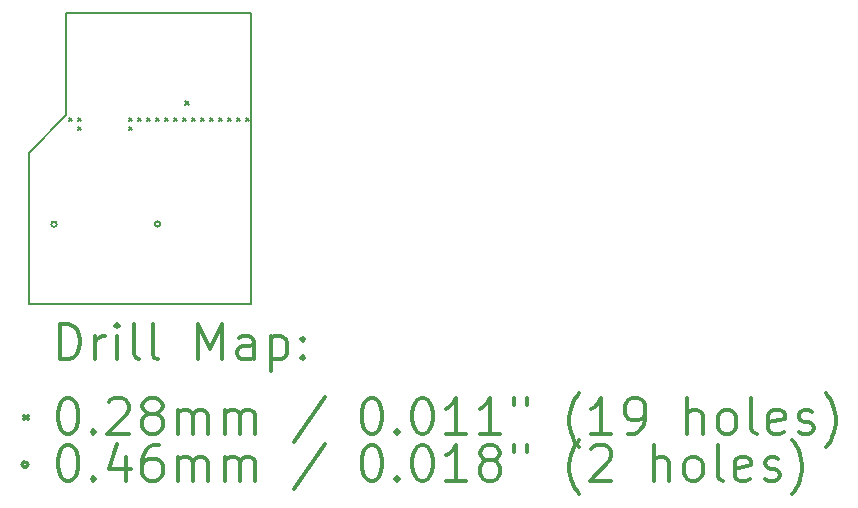
<source format=gbr>
%FSLAX45Y45*%
G04 Gerber Fmt 4.5, Leading zero omitted, Abs format (unit mm)*
G04 Created by KiCad (PCBNEW 4.0.5) date 02/23/17 13:53:08*
%MOMM*%
%LPD*%
G01*
G04 APERTURE LIST*
%ADD10C,0.127000*%
%ADD11C,0.150000*%
%ADD12C,0.200000*%
%ADD13C,0.300000*%
G04 APERTURE END LIST*
D10*
D11*
X1270Y0D02*
X1880870Y0D01*
X1270Y1276350D02*
X1270Y0D01*
X321310Y1596390D02*
X1270Y1276350D01*
X321310Y2461260D02*
X321310Y1597660D01*
X1880870Y2461260D02*
X321310Y2461260D01*
X1880870Y0D02*
X1880870Y2461260D01*
D12*
X344170Y1573530D02*
X372110Y1545590D01*
X372110Y1573530D02*
X344170Y1545590D01*
X420370Y1573530D02*
X448310Y1545590D01*
X448310Y1573530D02*
X420370Y1545590D01*
X420370Y1497330D02*
X448310Y1469390D01*
X448310Y1497330D02*
X420370Y1469390D01*
X849630Y1573530D02*
X877570Y1545590D01*
X877570Y1573530D02*
X849630Y1545590D01*
X849630Y1497330D02*
X877570Y1469390D01*
X877570Y1497330D02*
X849630Y1469390D01*
X925830Y1573530D02*
X953770Y1545590D01*
X953770Y1573530D02*
X925830Y1545590D01*
X1002030Y1573530D02*
X1029970Y1545590D01*
X1029970Y1573530D02*
X1002030Y1545590D01*
X1078230Y1573530D02*
X1106170Y1545590D01*
X1106170Y1573530D02*
X1078230Y1545590D01*
X1154430Y1573530D02*
X1182370Y1545590D01*
X1182370Y1573530D02*
X1154430Y1545590D01*
X1230630Y1573530D02*
X1258570Y1545590D01*
X1258570Y1573530D02*
X1230630Y1545590D01*
X1306830Y1573530D02*
X1334770Y1545590D01*
X1334770Y1573530D02*
X1306830Y1545590D01*
X1328420Y1713230D02*
X1356360Y1685290D01*
X1356360Y1713230D02*
X1328420Y1685290D01*
X1383030Y1573530D02*
X1410970Y1545590D01*
X1410970Y1573530D02*
X1383030Y1545590D01*
X1459230Y1573530D02*
X1487170Y1545590D01*
X1487170Y1573530D02*
X1459230Y1545590D01*
X1535430Y1573530D02*
X1563370Y1545590D01*
X1563370Y1573530D02*
X1535430Y1545590D01*
X1611630Y1573530D02*
X1639570Y1545590D01*
X1639570Y1573530D02*
X1611630Y1545590D01*
X1687830Y1573530D02*
X1715770Y1545590D01*
X1715770Y1573530D02*
X1687830Y1545590D01*
X1764030Y1573530D02*
X1791970Y1545590D01*
X1791970Y1573530D02*
X1764030Y1545590D01*
X1840230Y1573530D02*
X1868170Y1545590D01*
X1868170Y1573530D02*
X1840230Y1545590D01*
X240320Y672380D02*
G75*
G03X240320Y672380I-23000J0D01*
G01*
X1116320Y672380D02*
G75*
G03X1116320Y672380I-23000J0D01*
G01*
D13*
X265199Y-473214D02*
X265199Y-173214D01*
X336627Y-173214D01*
X379484Y-187500D01*
X408056Y-216071D01*
X422341Y-244643D01*
X436627Y-301786D01*
X436627Y-344643D01*
X422341Y-401786D01*
X408056Y-430357D01*
X379484Y-458929D01*
X336627Y-473214D01*
X265199Y-473214D01*
X565199Y-473214D02*
X565199Y-273214D01*
X565199Y-330357D02*
X579484Y-301786D01*
X593770Y-287500D01*
X622341Y-273214D01*
X650913Y-273214D01*
X750913Y-473214D02*
X750913Y-273214D01*
X750913Y-173214D02*
X736627Y-187500D01*
X750913Y-201786D01*
X765198Y-187500D01*
X750913Y-173214D01*
X750913Y-201786D01*
X936627Y-473214D02*
X908056Y-458929D01*
X893770Y-430357D01*
X893770Y-173214D01*
X1093770Y-473214D02*
X1065199Y-458929D01*
X1050913Y-430357D01*
X1050913Y-173214D01*
X1436627Y-473214D02*
X1436627Y-173214D01*
X1536627Y-387500D01*
X1636627Y-173214D01*
X1636627Y-473214D01*
X1908056Y-473214D02*
X1908056Y-316072D01*
X1893770Y-287500D01*
X1865198Y-273214D01*
X1808056Y-273214D01*
X1779484Y-287500D01*
X1908056Y-458929D02*
X1879484Y-473214D01*
X1808056Y-473214D01*
X1779484Y-458929D01*
X1765198Y-430357D01*
X1765198Y-401786D01*
X1779484Y-373214D01*
X1808056Y-358929D01*
X1879484Y-358929D01*
X1908056Y-344643D01*
X2050913Y-273214D02*
X2050913Y-573214D01*
X2050913Y-287500D02*
X2079484Y-273214D01*
X2136627Y-273214D01*
X2165199Y-287500D01*
X2179484Y-301786D01*
X2193770Y-330357D01*
X2193770Y-416071D01*
X2179484Y-444643D01*
X2165199Y-458929D01*
X2136627Y-473214D01*
X2079484Y-473214D01*
X2050913Y-458929D01*
X2322341Y-444643D02*
X2336627Y-458929D01*
X2322341Y-473214D01*
X2308056Y-458929D01*
X2322341Y-444643D01*
X2322341Y-473214D01*
X2322341Y-287500D02*
X2336627Y-301786D01*
X2322341Y-316072D01*
X2308056Y-301786D01*
X2322341Y-287500D01*
X2322341Y-316072D01*
X-34170Y-953530D02*
X-6230Y-981470D01*
X-6230Y-953530D02*
X-34170Y-981470D01*
X322341Y-803214D02*
X350913Y-803214D01*
X379484Y-817500D01*
X393770Y-831786D01*
X408056Y-860357D01*
X422341Y-917500D01*
X422341Y-988929D01*
X408056Y-1046071D01*
X393770Y-1074643D01*
X379484Y-1088929D01*
X350913Y-1103214D01*
X322341Y-1103214D01*
X293770Y-1088929D01*
X279484Y-1074643D01*
X265199Y-1046071D01*
X250913Y-988929D01*
X250913Y-917500D01*
X265199Y-860357D01*
X279484Y-831786D01*
X293770Y-817500D01*
X322341Y-803214D01*
X550913Y-1074643D02*
X565199Y-1088929D01*
X550913Y-1103214D01*
X536627Y-1088929D01*
X550913Y-1074643D01*
X550913Y-1103214D01*
X679484Y-831786D02*
X693770Y-817500D01*
X722341Y-803214D01*
X793770Y-803214D01*
X822341Y-817500D01*
X836627Y-831786D01*
X850913Y-860357D01*
X850913Y-888929D01*
X836627Y-931786D01*
X665198Y-1103214D01*
X850913Y-1103214D01*
X1022341Y-931786D02*
X993770Y-917500D01*
X979484Y-903214D01*
X965198Y-874643D01*
X965198Y-860357D01*
X979484Y-831786D01*
X993770Y-817500D01*
X1022341Y-803214D01*
X1079484Y-803214D01*
X1108056Y-817500D01*
X1122341Y-831786D01*
X1136627Y-860357D01*
X1136627Y-874643D01*
X1122341Y-903214D01*
X1108056Y-917500D01*
X1079484Y-931786D01*
X1022341Y-931786D01*
X993770Y-946071D01*
X979484Y-960357D01*
X965198Y-988929D01*
X965198Y-1046071D01*
X979484Y-1074643D01*
X993770Y-1088929D01*
X1022341Y-1103214D01*
X1079484Y-1103214D01*
X1108056Y-1088929D01*
X1122341Y-1074643D01*
X1136627Y-1046071D01*
X1136627Y-988929D01*
X1122341Y-960357D01*
X1108056Y-946071D01*
X1079484Y-931786D01*
X1265199Y-1103214D02*
X1265199Y-903214D01*
X1265199Y-931786D02*
X1279484Y-917500D01*
X1308056Y-903214D01*
X1350913Y-903214D01*
X1379484Y-917500D01*
X1393770Y-946071D01*
X1393770Y-1103214D01*
X1393770Y-946071D02*
X1408056Y-917500D01*
X1436627Y-903214D01*
X1479484Y-903214D01*
X1508056Y-917500D01*
X1522341Y-946071D01*
X1522341Y-1103214D01*
X1665198Y-1103214D02*
X1665198Y-903214D01*
X1665198Y-931786D02*
X1679484Y-917500D01*
X1708056Y-903214D01*
X1750913Y-903214D01*
X1779484Y-917500D01*
X1793770Y-946071D01*
X1793770Y-1103214D01*
X1793770Y-946071D02*
X1808056Y-917500D01*
X1836627Y-903214D01*
X1879484Y-903214D01*
X1908056Y-917500D01*
X1922341Y-946071D01*
X1922341Y-1103214D01*
X2508056Y-788929D02*
X2250913Y-1174643D01*
X2893770Y-803214D02*
X2922341Y-803214D01*
X2950913Y-817500D01*
X2965198Y-831786D01*
X2979484Y-860357D01*
X2993770Y-917500D01*
X2993770Y-988929D01*
X2979484Y-1046071D01*
X2965198Y-1074643D01*
X2950913Y-1088929D01*
X2922341Y-1103214D01*
X2893770Y-1103214D01*
X2865198Y-1088929D01*
X2850913Y-1074643D01*
X2836627Y-1046071D01*
X2822341Y-988929D01*
X2822341Y-917500D01*
X2836627Y-860357D01*
X2850913Y-831786D01*
X2865198Y-817500D01*
X2893770Y-803214D01*
X3122341Y-1074643D02*
X3136627Y-1088929D01*
X3122341Y-1103214D01*
X3108056Y-1088929D01*
X3122341Y-1074643D01*
X3122341Y-1103214D01*
X3322341Y-803214D02*
X3350913Y-803214D01*
X3379484Y-817500D01*
X3393770Y-831786D01*
X3408055Y-860357D01*
X3422341Y-917500D01*
X3422341Y-988929D01*
X3408055Y-1046071D01*
X3393770Y-1074643D01*
X3379484Y-1088929D01*
X3350913Y-1103214D01*
X3322341Y-1103214D01*
X3293770Y-1088929D01*
X3279484Y-1074643D01*
X3265198Y-1046071D01*
X3250913Y-988929D01*
X3250913Y-917500D01*
X3265198Y-860357D01*
X3279484Y-831786D01*
X3293770Y-817500D01*
X3322341Y-803214D01*
X3708055Y-1103214D02*
X3536627Y-1103214D01*
X3622341Y-1103214D02*
X3622341Y-803214D01*
X3593770Y-846071D01*
X3565198Y-874643D01*
X3536627Y-888929D01*
X3993770Y-1103214D02*
X3822341Y-1103214D01*
X3908055Y-1103214D02*
X3908055Y-803214D01*
X3879484Y-846071D01*
X3850913Y-874643D01*
X3822341Y-888929D01*
X4108056Y-803214D02*
X4108056Y-860357D01*
X4222341Y-803214D02*
X4222341Y-860357D01*
X4665198Y-1217500D02*
X4650913Y-1203214D01*
X4622341Y-1160357D01*
X4608056Y-1131786D01*
X4593770Y-1088929D01*
X4579484Y-1017500D01*
X4579484Y-960357D01*
X4593770Y-888929D01*
X4608056Y-846071D01*
X4622341Y-817500D01*
X4650913Y-774643D01*
X4665198Y-760357D01*
X4936627Y-1103214D02*
X4765198Y-1103214D01*
X4850913Y-1103214D02*
X4850913Y-803214D01*
X4822341Y-846071D01*
X4793770Y-874643D01*
X4765198Y-888929D01*
X5079484Y-1103214D02*
X5136627Y-1103214D01*
X5165198Y-1088929D01*
X5179484Y-1074643D01*
X5208056Y-1031786D01*
X5222341Y-974643D01*
X5222341Y-860357D01*
X5208056Y-831786D01*
X5193770Y-817500D01*
X5165198Y-803214D01*
X5108056Y-803214D01*
X5079484Y-817500D01*
X5065198Y-831786D01*
X5050913Y-860357D01*
X5050913Y-931786D01*
X5065198Y-960357D01*
X5079484Y-974643D01*
X5108056Y-988929D01*
X5165198Y-988929D01*
X5193770Y-974643D01*
X5208056Y-960357D01*
X5222341Y-931786D01*
X5579484Y-1103214D02*
X5579484Y-803214D01*
X5708055Y-1103214D02*
X5708055Y-946071D01*
X5693770Y-917500D01*
X5665198Y-903214D01*
X5622341Y-903214D01*
X5593770Y-917500D01*
X5579484Y-931786D01*
X5893770Y-1103214D02*
X5865198Y-1088929D01*
X5850913Y-1074643D01*
X5836627Y-1046071D01*
X5836627Y-960357D01*
X5850913Y-931786D01*
X5865198Y-917500D01*
X5893770Y-903214D01*
X5936627Y-903214D01*
X5965198Y-917500D01*
X5979484Y-931786D01*
X5993770Y-960357D01*
X5993770Y-1046071D01*
X5979484Y-1074643D01*
X5965198Y-1088929D01*
X5936627Y-1103214D01*
X5893770Y-1103214D01*
X6165198Y-1103214D02*
X6136627Y-1088929D01*
X6122341Y-1060357D01*
X6122341Y-803214D01*
X6393770Y-1088929D02*
X6365198Y-1103214D01*
X6308056Y-1103214D01*
X6279484Y-1088929D01*
X6265198Y-1060357D01*
X6265198Y-946071D01*
X6279484Y-917500D01*
X6308056Y-903214D01*
X6365198Y-903214D01*
X6393770Y-917500D01*
X6408056Y-946071D01*
X6408056Y-974643D01*
X6265198Y-1003214D01*
X6522341Y-1088929D02*
X6550913Y-1103214D01*
X6608056Y-1103214D01*
X6636627Y-1088929D01*
X6650913Y-1060357D01*
X6650913Y-1046071D01*
X6636627Y-1017500D01*
X6608056Y-1003214D01*
X6565198Y-1003214D01*
X6536627Y-988929D01*
X6522341Y-960357D01*
X6522341Y-946071D01*
X6536627Y-917500D01*
X6565198Y-903214D01*
X6608056Y-903214D01*
X6636627Y-917500D01*
X6750913Y-1217500D02*
X6765198Y-1203214D01*
X6793770Y-1160357D01*
X6808056Y-1131786D01*
X6822341Y-1088929D01*
X6836627Y-1017500D01*
X6836627Y-960357D01*
X6822341Y-888929D01*
X6808056Y-846071D01*
X6793770Y-817500D01*
X6765198Y-774643D01*
X6750913Y-760357D01*
X-6230Y-1363500D02*
G75*
G03X-6230Y-1363500I-23000J0D01*
G01*
X322341Y-1199214D02*
X350913Y-1199214D01*
X379484Y-1213500D01*
X393770Y-1227786D01*
X408056Y-1256357D01*
X422341Y-1313500D01*
X422341Y-1384929D01*
X408056Y-1442071D01*
X393770Y-1470643D01*
X379484Y-1484929D01*
X350913Y-1499214D01*
X322341Y-1499214D01*
X293770Y-1484929D01*
X279484Y-1470643D01*
X265199Y-1442071D01*
X250913Y-1384929D01*
X250913Y-1313500D01*
X265199Y-1256357D01*
X279484Y-1227786D01*
X293770Y-1213500D01*
X322341Y-1199214D01*
X550913Y-1470643D02*
X565199Y-1484929D01*
X550913Y-1499214D01*
X536627Y-1484929D01*
X550913Y-1470643D01*
X550913Y-1499214D01*
X822341Y-1299214D02*
X822341Y-1499214D01*
X750913Y-1184929D02*
X679484Y-1399214D01*
X865198Y-1399214D01*
X1108056Y-1199214D02*
X1050913Y-1199214D01*
X1022341Y-1213500D01*
X1008056Y-1227786D01*
X979484Y-1270643D01*
X965198Y-1327786D01*
X965198Y-1442071D01*
X979484Y-1470643D01*
X993770Y-1484929D01*
X1022341Y-1499214D01*
X1079484Y-1499214D01*
X1108056Y-1484929D01*
X1122341Y-1470643D01*
X1136627Y-1442071D01*
X1136627Y-1370643D01*
X1122341Y-1342072D01*
X1108056Y-1327786D01*
X1079484Y-1313500D01*
X1022341Y-1313500D01*
X993770Y-1327786D01*
X979484Y-1342072D01*
X965198Y-1370643D01*
X1265199Y-1499214D02*
X1265199Y-1299214D01*
X1265199Y-1327786D02*
X1279484Y-1313500D01*
X1308056Y-1299214D01*
X1350913Y-1299214D01*
X1379484Y-1313500D01*
X1393770Y-1342072D01*
X1393770Y-1499214D01*
X1393770Y-1342072D02*
X1408056Y-1313500D01*
X1436627Y-1299214D01*
X1479484Y-1299214D01*
X1508056Y-1313500D01*
X1522341Y-1342072D01*
X1522341Y-1499214D01*
X1665198Y-1499214D02*
X1665198Y-1299214D01*
X1665198Y-1327786D02*
X1679484Y-1313500D01*
X1708056Y-1299214D01*
X1750913Y-1299214D01*
X1779484Y-1313500D01*
X1793770Y-1342072D01*
X1793770Y-1499214D01*
X1793770Y-1342072D02*
X1808056Y-1313500D01*
X1836627Y-1299214D01*
X1879484Y-1299214D01*
X1908056Y-1313500D01*
X1922341Y-1342072D01*
X1922341Y-1499214D01*
X2508056Y-1184929D02*
X2250913Y-1570643D01*
X2893770Y-1199214D02*
X2922341Y-1199214D01*
X2950913Y-1213500D01*
X2965198Y-1227786D01*
X2979484Y-1256357D01*
X2993770Y-1313500D01*
X2993770Y-1384929D01*
X2979484Y-1442071D01*
X2965198Y-1470643D01*
X2950913Y-1484929D01*
X2922341Y-1499214D01*
X2893770Y-1499214D01*
X2865198Y-1484929D01*
X2850913Y-1470643D01*
X2836627Y-1442071D01*
X2822341Y-1384929D01*
X2822341Y-1313500D01*
X2836627Y-1256357D01*
X2850913Y-1227786D01*
X2865198Y-1213500D01*
X2893770Y-1199214D01*
X3122341Y-1470643D02*
X3136627Y-1484929D01*
X3122341Y-1499214D01*
X3108056Y-1484929D01*
X3122341Y-1470643D01*
X3122341Y-1499214D01*
X3322341Y-1199214D02*
X3350913Y-1199214D01*
X3379484Y-1213500D01*
X3393770Y-1227786D01*
X3408055Y-1256357D01*
X3422341Y-1313500D01*
X3422341Y-1384929D01*
X3408055Y-1442071D01*
X3393770Y-1470643D01*
X3379484Y-1484929D01*
X3350913Y-1499214D01*
X3322341Y-1499214D01*
X3293770Y-1484929D01*
X3279484Y-1470643D01*
X3265198Y-1442071D01*
X3250913Y-1384929D01*
X3250913Y-1313500D01*
X3265198Y-1256357D01*
X3279484Y-1227786D01*
X3293770Y-1213500D01*
X3322341Y-1199214D01*
X3708055Y-1499214D02*
X3536627Y-1499214D01*
X3622341Y-1499214D02*
X3622341Y-1199214D01*
X3593770Y-1242072D01*
X3565198Y-1270643D01*
X3536627Y-1284929D01*
X3879484Y-1327786D02*
X3850913Y-1313500D01*
X3836627Y-1299214D01*
X3822341Y-1270643D01*
X3822341Y-1256357D01*
X3836627Y-1227786D01*
X3850913Y-1213500D01*
X3879484Y-1199214D01*
X3936627Y-1199214D01*
X3965198Y-1213500D01*
X3979484Y-1227786D01*
X3993770Y-1256357D01*
X3993770Y-1270643D01*
X3979484Y-1299214D01*
X3965198Y-1313500D01*
X3936627Y-1327786D01*
X3879484Y-1327786D01*
X3850913Y-1342072D01*
X3836627Y-1356357D01*
X3822341Y-1384929D01*
X3822341Y-1442071D01*
X3836627Y-1470643D01*
X3850913Y-1484929D01*
X3879484Y-1499214D01*
X3936627Y-1499214D01*
X3965198Y-1484929D01*
X3979484Y-1470643D01*
X3993770Y-1442071D01*
X3993770Y-1384929D01*
X3979484Y-1356357D01*
X3965198Y-1342072D01*
X3936627Y-1327786D01*
X4108056Y-1199214D02*
X4108056Y-1256357D01*
X4222341Y-1199214D02*
X4222341Y-1256357D01*
X4665198Y-1613500D02*
X4650913Y-1599214D01*
X4622341Y-1556357D01*
X4608056Y-1527786D01*
X4593770Y-1484929D01*
X4579484Y-1413500D01*
X4579484Y-1356357D01*
X4593770Y-1284929D01*
X4608056Y-1242072D01*
X4622341Y-1213500D01*
X4650913Y-1170643D01*
X4665198Y-1156357D01*
X4765198Y-1227786D02*
X4779484Y-1213500D01*
X4808056Y-1199214D01*
X4879484Y-1199214D01*
X4908056Y-1213500D01*
X4922341Y-1227786D01*
X4936627Y-1256357D01*
X4936627Y-1284929D01*
X4922341Y-1327786D01*
X4750913Y-1499214D01*
X4936627Y-1499214D01*
X5293770Y-1499214D02*
X5293770Y-1199214D01*
X5422341Y-1499214D02*
X5422341Y-1342072D01*
X5408056Y-1313500D01*
X5379484Y-1299214D01*
X5336627Y-1299214D01*
X5308056Y-1313500D01*
X5293770Y-1327786D01*
X5608055Y-1499214D02*
X5579484Y-1484929D01*
X5565198Y-1470643D01*
X5550913Y-1442071D01*
X5550913Y-1356357D01*
X5565198Y-1327786D01*
X5579484Y-1313500D01*
X5608055Y-1299214D01*
X5650913Y-1299214D01*
X5679484Y-1313500D01*
X5693770Y-1327786D01*
X5708055Y-1356357D01*
X5708055Y-1442071D01*
X5693770Y-1470643D01*
X5679484Y-1484929D01*
X5650913Y-1499214D01*
X5608055Y-1499214D01*
X5879484Y-1499214D02*
X5850913Y-1484929D01*
X5836627Y-1456357D01*
X5836627Y-1199214D01*
X6108056Y-1484929D02*
X6079484Y-1499214D01*
X6022341Y-1499214D01*
X5993770Y-1484929D01*
X5979484Y-1456357D01*
X5979484Y-1342072D01*
X5993770Y-1313500D01*
X6022341Y-1299214D01*
X6079484Y-1299214D01*
X6108056Y-1313500D01*
X6122341Y-1342072D01*
X6122341Y-1370643D01*
X5979484Y-1399214D01*
X6236627Y-1484929D02*
X6265198Y-1499214D01*
X6322341Y-1499214D01*
X6350913Y-1484929D01*
X6365198Y-1456357D01*
X6365198Y-1442071D01*
X6350913Y-1413500D01*
X6322341Y-1399214D01*
X6279484Y-1399214D01*
X6250913Y-1384929D01*
X6236627Y-1356357D01*
X6236627Y-1342072D01*
X6250913Y-1313500D01*
X6279484Y-1299214D01*
X6322341Y-1299214D01*
X6350913Y-1313500D01*
X6465198Y-1613500D02*
X6479484Y-1599214D01*
X6508056Y-1556357D01*
X6522341Y-1527786D01*
X6536627Y-1484929D01*
X6550913Y-1413500D01*
X6550913Y-1356357D01*
X6536627Y-1284929D01*
X6522341Y-1242072D01*
X6508056Y-1213500D01*
X6479484Y-1170643D01*
X6465198Y-1156357D01*
M02*

</source>
